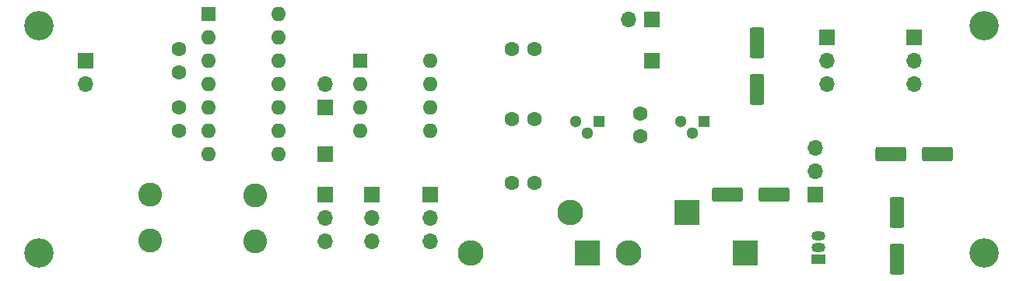
<source format=gbr>
%TF.GenerationSoftware,KiCad,Pcbnew,(6.0.10)*%
%TF.CreationDate,2023-04-08T13:13:14+03:00*%
%TF.ProjectId,DelSol_Voice,44656c53-6f6c-45f5-966f-6963652e6b69,rev?*%
%TF.SameCoordinates,Original*%
%TF.FileFunction,Soldermask,Top*%
%TF.FilePolarity,Negative*%
%FSLAX46Y46*%
G04 Gerber Fmt 4.6, Leading zero omitted, Abs format (unit mm)*
G04 Created by KiCad (PCBNEW (6.0.10)) date 2023-04-08 13:13:14*
%MOMM*%
%LPD*%
G01*
G04 APERTURE LIST*
G04 Aperture macros list*
%AMRoundRect*
0 Rectangle with rounded corners*
0 $1 Rounding radius*
0 $2 $3 $4 $5 $6 $7 $8 $9 X,Y pos of 4 corners*
0 Add a 4 corners polygon primitive as box body*
4,1,4,$2,$3,$4,$5,$6,$7,$8,$9,$2,$3,0*
0 Add four circle primitives for the rounded corners*
1,1,$1+$1,$2,$3*
1,1,$1+$1,$4,$5*
1,1,$1+$1,$6,$7*
1,1,$1+$1,$8,$9*
0 Add four rect primitives between the rounded corners*
20,1,$1+$1,$2,$3,$4,$5,0*
20,1,$1+$1,$4,$5,$6,$7,0*
20,1,$1+$1,$6,$7,$8,$9,0*
20,1,$1+$1,$8,$9,$2,$3,0*%
G04 Aperture macros list end*
%ADD10C,1.600000*%
%ADD11C,3.200000*%
%ADD12R,1.700000X1.700000*%
%ADD13O,1.700000X1.700000*%
%ADD14R,1.300000X1.300000*%
%ADD15C,1.300000*%
%ADD16RoundRect,0.250000X1.412500X0.550000X-1.412500X0.550000X-1.412500X-0.550000X1.412500X-0.550000X0*%
%ADD17R,2.800000X2.800000*%
%ADD18O,2.800000X2.800000*%
%ADD19RoundRect,0.250000X-1.412500X-0.550000X1.412500X-0.550000X1.412500X0.550000X-1.412500X0.550000X0*%
%ADD20C,2.600000*%
%ADD21RoundRect,0.250000X-0.550000X1.412500X-0.550000X-1.412500X0.550000X-1.412500X0.550000X1.412500X0*%
%ADD22R,1.600000X1.600000*%
%ADD23O,1.600000X1.600000*%
%ADD24R,1.500000X1.050000*%
%ADD25O,1.500000X1.050000*%
G04 APERTURE END LIST*
D10*
X160655000Y-111760000D03*
X160655000Y-109260000D03*
X146705000Y-102235000D03*
X149205000Y-102235000D03*
D11*
X198120000Y-124460000D03*
D12*
X131445000Y-118110000D03*
D13*
X131445000Y-120650000D03*
X131445000Y-123190000D03*
D14*
X167640000Y-110130000D03*
D15*
X166370000Y-111400000D03*
X165100000Y-110130000D03*
D14*
X156210000Y-110130000D03*
D15*
X154940000Y-111400000D03*
X153670000Y-110130000D03*
D10*
X110490000Y-111105000D03*
X110490000Y-108605000D03*
D11*
X95250000Y-124460000D03*
X198120000Y-99695000D03*
D12*
X100330000Y-103500000D03*
D13*
X100330000Y-106040000D03*
D16*
X193037500Y-113665000D03*
X187962500Y-113665000D03*
D10*
X146705000Y-116840000D03*
X149205000Y-116840000D03*
D17*
X154940000Y-124460000D03*
D18*
X142240000Y-124460000D03*
D19*
X170182500Y-118110000D03*
X175257500Y-118110000D03*
D20*
X118745000Y-118150000D03*
X118745000Y-123150000D03*
D21*
X173355000Y-101602500D03*
X173355000Y-106677500D03*
D12*
X137795000Y-118125000D03*
D13*
X137795000Y-120665000D03*
X137795000Y-123205000D03*
D21*
X188595000Y-120017500D03*
X188595000Y-125092500D03*
D12*
X126365000Y-113665000D03*
D11*
X95250000Y-99695000D03*
D22*
X130185000Y-103515000D03*
D23*
X130185000Y-106055000D03*
X130185000Y-108595000D03*
X130185000Y-111135000D03*
X137805000Y-111135000D03*
X137805000Y-108595000D03*
X137805000Y-106055000D03*
X137805000Y-103515000D03*
D22*
X113675000Y-98420000D03*
D23*
X113675000Y-100960000D03*
X113675000Y-103500000D03*
X113675000Y-106040000D03*
X113675000Y-108580000D03*
X113675000Y-111120000D03*
X113675000Y-113660000D03*
X121295000Y-113660000D03*
X121295000Y-111120000D03*
X121295000Y-108580000D03*
X121295000Y-106040000D03*
X121295000Y-103500000D03*
X121295000Y-100960000D03*
X121295000Y-98420000D03*
D12*
X161925000Y-99060000D03*
D13*
X159385000Y-99060000D03*
D17*
X165735000Y-120015000D03*
D18*
X153035000Y-120015000D03*
D12*
X190500000Y-100980000D03*
D13*
X190500000Y-103520000D03*
X190500000Y-106060000D03*
D20*
X107315000Y-118110000D03*
X107315000Y-123110000D03*
D12*
X161925000Y-103505000D03*
X126365000Y-108590000D03*
D13*
X126365000Y-106050000D03*
D12*
X179705000Y-118095000D03*
D13*
X179705000Y-115555000D03*
X179705000Y-113015000D03*
D17*
X172085000Y-124460000D03*
D18*
X159385000Y-124460000D03*
D12*
X126365000Y-118125000D03*
D13*
X126365000Y-120665000D03*
X126365000Y-123205000D03*
D12*
X180975000Y-100965000D03*
D13*
X180975000Y-103505000D03*
X180975000Y-106045000D03*
D10*
X146705000Y-109855000D03*
X149205000Y-109855000D03*
X110490000Y-104755000D03*
X110490000Y-102255000D03*
D24*
X180065000Y-125095000D03*
D25*
X180065000Y-123825000D03*
X180065000Y-122555000D03*
M02*

</source>
